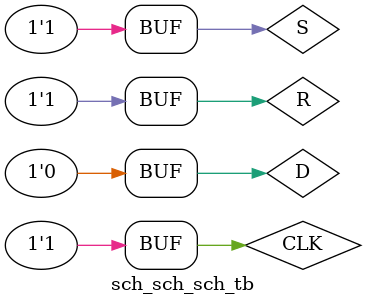
<source format=v>

`timescale 1ns / 1ns

module sch_sch_sch_tb();

// Inputs
	reg Qv;
	reg Ov;
   reg CLK;
   reg S;
	reg R;
   reg D;

// Output
   wire Q;
   wire Qbar;
	wire O;
	wire Obar;
	wire P;
	wire Pbar;

// Instantiate the UUT
   sch UUT (
		.Q(Q), 
		.Qbar(Qbar), 
		.CLK(CLK), 
		.R(R), 
		.S(S), 
		.D(D)
   );
// Initialize Inputs
	initial begin
		CLK = 0;
		R = 0;
		S = 0;
		D = 0;
	end
		
	always begin
		// formatting: <R,S,Qv,Qv+1> <Transition table row being satisfied> <time>
		// each row feeds another such that it satisfies the conditional requirements of the next for testing
		
		Qv = 0;
		Ov = 0;
		R = 1;
		S = 0;
		CLK = 1;
		#1;	// 1,0,0,0 r5 (from 0,0,0,0 r1) 0ps

		Qv = Q;
		Ov = O;
		CLK = 0;
		R = 0;
		CLK = 1;
		#1;	// 0,0,0,0 r1 1ps
		
		Qv = Q;
		Ov = O;
		CLK = 0;
		S = 1;
		CLK = 1;
		#1;	// 0,1,0,1 r3 2ps
		
		Qv = Q;
		Ov = O;
		CLK = 0;
		S = 0;
		CLK = 1;
		#1;	// 0,0,1,1 r2 3ps
		
		Qv = Q;
		Ov = O;
		CLK = 0;
		S = 1;
		CLK = 1;
		#1;	// 0,1,1,1 r4 4ps
		
		Qv = Q;
		Ov = O;
		CLK = 0;
		R = 1;
		S = 0;
		CLK = 1;
		#1;	// 1,0,1,0 r6 5ps
		
		Qv = Q;
		Ov = O;
		CLK = 0;
		S = 1;
		CLK = 1;
		#1;	// 1,1,0,1 r7 6ps		//metastable - output unpredictable
		
		Qv = Q;
		Ov = O;
		CLK = 0;
		CLK = 1;
		#1;	// 1,1,1,1 r8 7ps		//metastable - output unpredictable
	end
endmodule

</source>
